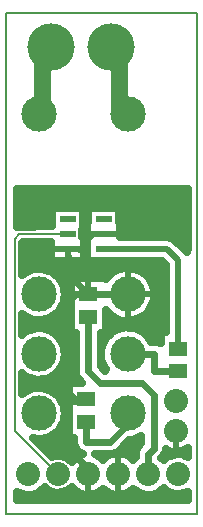
<source format=gbr>
G04 DipTrace 2.4.0.2*
%INbottom.gbr*%
%MOIN*%
%ADD11C,0.006*%
%ADD13C,0.0236*%
%ADD14C,0.0079*%
%ADD15C,0.0209*%
%ADD16C,0.0551*%
%ADD17C,0.025*%
%ADD18C,0.02*%
%ADD19C,0.08*%
%ADD20R,0.0591X0.0512*%
%ADD21C,0.1181*%
%ADD23R,0.0524X0.0209*%
%ADD24C,0.1575*%
%FSLAX44Y44*%
G04*
G70*
G90*
G75*
G01*
%LNBottom*%
%LPD*%
X8690Y5253D2*
D13*
Y5928D1*
X8868Y6106D1*
Y7890D1*
X8474Y8283D1*
X7084D1*
X6690Y8677D1*
Y10503D1*
X8001Y7275D2*
Y6913D1*
X7411Y6322D1*
X6629D1*
Y7004D1*
X5690Y5253D2*
D14*
X4237Y6705D1*
Y13096D1*
X4395Y13253D1*
X6003D1*
X6690Y5253D2*
D13*
Y5440D1*
X5940Y6190D1*
Y7503D1*
X6128Y7690D1*
X6567D1*
X6629Y7752D1*
X6254D1*
X6003Y8003D1*
Y11003D1*
X6253Y11253D1*
X6688D1*
X6690Y11251D1*
X7994D1*
X8001Y11244D1*
X6003Y12753D2*
D15*
Y12531D1*
D13*
Y11939D1*
X6690Y11251D1*
X7204Y13253D2*
D15*
X6815D1*
D13*
X6628Y13066D1*
Y12816D1*
X6565Y12753D1*
X6383D1*
D15*
X6003D1*
X8001Y9260D2*
D13*
X8868D1*
Y8692D1*
X9692D1*
X5440Y19504D2*
D16*
X5165Y19228D1*
Y17368D1*
X5049Y17252D1*
X7440Y19504D2*
X7716Y19228D1*
Y17537D1*
X8001Y17252D1*
X9692Y9440D2*
D15*
Y12387D1*
X9325Y12753D1*
X7204D1*
X4340Y14505D2*
D17*
X9979D1*
X4340Y14256D2*
X9979D1*
X4340Y14008D2*
X5452D1*
X7756D2*
X9979D1*
X4340Y13759D2*
X5452D1*
X7756D2*
X9979D1*
X4340Y13510D2*
X5452D1*
X7783D2*
X9979D1*
X7783Y13262D2*
X9979D1*
X9651Y13013D2*
X9979D1*
X4514Y12764D2*
X5425D1*
X4514Y12515D2*
X5425D1*
X4514Y12267D2*
X9226D1*
X4514Y12018D2*
X4662D1*
X5440D2*
X7554D1*
X8451D2*
X9269D1*
X5748Y11769D2*
X6077D1*
X8737D2*
X9269D1*
X5885Y11521D2*
X6077D1*
X8865D2*
X9269D1*
X5928Y11272D2*
X6077D1*
X8908D2*
X9269D1*
X5901Y11023D2*
X6077D1*
X8881D2*
X9269D1*
X5787Y10775D2*
X6077D1*
X8776D2*
X9269D1*
X5537Y10526D2*
X6077D1*
X7303D2*
X7464D1*
X8541D2*
X9269D1*
X4514Y10277D2*
X6077D1*
X7303D2*
X9269D1*
X4514Y10029D2*
X4649D1*
X5447D2*
X6077D1*
X7303D2*
X7542D1*
X8459D2*
X9269D1*
X5752Y9780D2*
X6253D1*
X7127D2*
X7260D1*
X8740D2*
X9077D1*
X5885Y9531D2*
X6253D1*
X5928Y9283D2*
X6253D1*
X5901Y9034D2*
X6253D1*
X5787Y8785D2*
X6253D1*
X5529Y8536D2*
X6280D1*
X4514Y8288D2*
X6015D1*
X5459Y8039D2*
X6015D1*
X5756Y7790D2*
X6015D1*
X5885Y7542D2*
X6018D1*
X5783Y6796D2*
X6015D1*
X5522Y6547D2*
X6015D1*
X5026Y6298D2*
X6194D1*
X7994D2*
X8433D1*
X5276Y6050D2*
X6296D1*
X7744D2*
X8272D1*
X5990Y5801D2*
X6241D1*
X4340Y4557D2*
X9979D1*
X5240Y4836D2*
X5210Y4795D1*
X5119Y4709D1*
X5015Y4641D1*
X4899Y4593D1*
X4778Y4566D1*
X4653Y4561D1*
X4529Y4579D1*
X4411Y4619D1*
X4312Y4674D1*
X4315Y4378D1*
X10003D1*
Y4663D1*
X9858Y4609D1*
X9735Y4589D1*
X9610Y4592D1*
X9488Y4619D1*
X9373Y4668D1*
X9269Y4738D1*
X9211Y4795D1*
X9119Y4709D1*
X9015Y4641D1*
X8899Y4593D1*
X8778Y4566D1*
X8653Y4561D1*
X8529Y4579D1*
X8411Y4619D1*
X8302Y4679D1*
X8192Y4773D1*
X8079Y4680D1*
X7970Y4619D1*
X7851Y4579D1*
X7728Y4561D1*
X7603Y4566D1*
X7481Y4592D1*
X7366Y4641D1*
X7261Y4709D1*
X7190Y4773D1*
X7079Y4680D1*
X6970Y4619D1*
X6851Y4579D1*
X6728Y4561D1*
X6603Y4566D1*
X6481Y4592D1*
X6366Y4641D1*
X6261Y4709D1*
X6171Y4795D1*
X6139Y4834D1*
X6012Y4730D1*
X5900Y4676D1*
X5779Y4645D1*
X5654Y4640D1*
X5531Y4660D1*
X5414Y4704D1*
X5309Y4771D1*
X5245Y4834D1*
X5479Y5826D2*
X5549Y5850D1*
X5673Y5866D1*
X5797Y5857D1*
X5917Y5823D1*
X6028Y5765D1*
X6137Y5671D1*
X6241Y5780D1*
X6343Y5852D1*
X6457Y5905D1*
X6525Y5925D1*
X6394Y5985D1*
X6304Y6071D1*
X6244Y6180D1*
X6218Y6322D1*
X6217Y6456D1*
X6041D1*
X6045Y7552D1*
X6041Y7604D1*
Y8300D1*
X6487D1*
X6400Y8387D1*
X6326Y8487D1*
X6282Y8637D1*
X6280Y9955D1*
X6103D1*
X6106Y11052D1*
X6103Y11103D1*
Y11800D1*
X7278D1*
Y11750D1*
X7382Y11874D1*
X7498Y11969D1*
X7628Y12044D1*
X7768Y12096D1*
X7915Y12123D1*
X8065Y12125D1*
X8213Y12101D1*
X8355Y12053D1*
X8487Y11982D1*
X8605Y11889D1*
X8705Y11778D1*
X8785Y11651D1*
X8843Y11513D1*
X8876Y11367D1*
X8884Y11219D1*
X8867Y11070D1*
X8825Y10926D1*
X8760Y10792D1*
X8672Y10670D1*
X8566Y10565D1*
X8443Y10479D1*
X8307Y10415D1*
X8163Y10376D1*
X8014Y10361D1*
X7864Y10372D1*
X7719Y10407D1*
X7581Y10467D1*
X7456Y10550D1*
X7346Y10652D1*
X7278Y10738D1*
Y9955D1*
X7102D1*
X7101Y8851D1*
X7254Y8694D1*
X7270Y8766D1*
X7207Y8874D1*
X7161Y8990D1*
X7131Y9111D1*
X7119Y9236D1*
X7124Y9360D1*
X7147Y9483D1*
X7187Y9601D1*
X7244Y9713D1*
X7315Y9815D1*
X7400Y9907D1*
X7498Y9985D1*
X7605Y10049D1*
X7720Y10097D1*
X7841Y10128D1*
X7965Y10142D1*
X8090Y10138D1*
X8213Y10117D1*
X8332Y10079D1*
X8444Y10024D1*
X8548Y9954D1*
X8640Y9870D1*
X8720Y9773D1*
X8783Y9670D1*
X8868D1*
X8991Y9651D1*
X9086Y9608D1*
X9104Y9641D1*
Y9988D1*
X9295D1*
Y12225D1*
X9160Y12358D1*
X6649Y12357D1*
X6653Y13150D1*
X6649Y13232D1*
Y13650D1*
X6677D1*
Y14123D1*
X7730D1*
Y13650D1*
X7758D1*
Y13146D1*
X8329Y13150D1*
X9325D1*
X9448Y13131D1*
X9562Y13071D1*
X9783Y12857D1*
X9975Y12665D1*
X10003Y12753D1*
Y14754D1*
X4315D1*
Y13492D1*
X4395Y13507D1*
X5476Y13509D1*
Y14123D1*
X6530D1*
Y13384D1*
X6479D1*
X6478Y13154D1*
X6557Y13150D1*
Y12357D1*
X5448D1*
Y13001D1*
X4499Y13000D1*
X4491Y12971D1*
Y11889D1*
X4551Y11940D1*
X4657Y12005D1*
X4772Y12054D1*
X4893Y12085D1*
X5017Y12099D1*
X5142Y12094D1*
X5265Y12072D1*
X5383Y12032D1*
X5494Y11975D1*
X5596Y11902D1*
X5686Y11815D1*
X5762Y11716D1*
X5823Y11608D1*
X5868Y11491D1*
X5895Y11369D1*
X5904Y11244D1*
X5895Y11119D1*
X5868Y10998D1*
X5823Y10881D1*
X5762Y10772D1*
X5686Y10673D1*
X5596Y10586D1*
X5495Y10514D1*
X5383Y10457D1*
X5265Y10416D1*
X5142Y10394D1*
X5018Y10389D1*
X4894Y10403D1*
X4773Y10434D1*
X4658Y10483D1*
X4551Y10548D1*
X4488Y10600D1*
X4491Y9905D1*
X4551Y9955D1*
X4657Y10020D1*
X4772Y10069D1*
X4893Y10101D1*
X5017Y10115D1*
X5142Y10110D1*
X5265Y10088D1*
X5383Y10047D1*
X5494Y9990D1*
X5596Y9918D1*
X5686Y9831D1*
X5762Y9732D1*
X5823Y9623D1*
X5868Y9507D1*
X5895Y9385D1*
X5904Y9260D1*
X5895Y9135D1*
X5868Y9013D1*
X5823Y8897D1*
X5762Y8788D1*
X5686Y8689D1*
X5596Y8602D1*
X5495Y8529D1*
X5383Y8472D1*
X5265Y8432D1*
X5142Y8409D1*
X5018Y8405D1*
X4894Y8418D1*
X4773Y8450D1*
X4658Y8499D1*
X4551Y8564D1*
X4488Y8616D1*
X4491Y7920D1*
X4551Y7971D1*
X4657Y8036D1*
X4772Y8085D1*
X4893Y8117D1*
X5017Y8130D1*
X5142Y8126D1*
X5265Y8103D1*
X5383Y8063D1*
X5494Y8006D1*
X5596Y7933D1*
X5686Y7847D1*
X5762Y7748D1*
X5823Y7639D1*
X5868Y7522D1*
X5895Y7401D1*
X5904Y7275D1*
X5895Y7151D1*
X5868Y7029D1*
X5823Y6912D1*
X5762Y6803D1*
X5686Y6705D1*
X5596Y6618D1*
X5495Y6545D1*
X5383Y6488D1*
X5265Y6448D1*
X5142Y6425D1*
X5018Y6420D1*
X4860Y6443D1*
X5474Y5826D1*
X6902Y5912D2*
X7014Y5865D1*
X7118Y5797D1*
X7191Y5731D1*
X7281Y5811D1*
X7387Y5875D1*
X7504Y5920D1*
X7627Y5942D1*
X7752D1*
X7875Y5920D1*
X7991Y5876D1*
X8098Y5812D1*
X8191Y5731D1*
X8282Y5808D1*
X8279Y5928D1*
X8298Y6051D1*
X8373Y6189D1*
X8458Y6277D1*
X8457Y6516D1*
X8260Y6431D1*
X8138Y6403D1*
X8064Y6397D1*
X7701Y6032D1*
X7601Y5958D1*
X7451Y5913D1*
X6899Y5911D1*
X9128Y5788D2*
X9206Y5711D1*
X9327Y5810D1*
X9438Y5868D1*
X9557Y5904D1*
X9681Y5918D1*
X9806Y5908D1*
X9926Y5874D1*
X10007Y5835D1*
X10003Y6108D1*
X9885Y6047D1*
X9765Y6012D1*
X9641Y5998D1*
X9516Y6007D1*
X9395Y6038D1*
X9277Y6093D1*
X9248Y5952D1*
X9158Y5816D1*
X9202Y5868D1*
X6690Y5253D2*
D18*
Y4561D1*
X7690Y5945D2*
Y4561D1*
X6042Y7752D2*
X6629D1*
X6690Y11799D2*
Y11251D1*
X6103D2*
X6690D1*
X9628Y6690D2*
Y5998D1*
X8001Y12127D2*
Y10361D1*
Y11244D2*
X8884D1*
X6003Y12753D2*
Y12357D1*
X5449Y12753D2*
X6557D1*
X6650Y13253D2*
X7757D1*
D19*
X4690Y5253D3*
X5690D3*
X6690D3*
X7690D3*
X8690D3*
X9690D3*
D20*
X6629Y7004D3*
Y7752D3*
X6690Y10503D3*
Y11251D3*
D19*
X9628Y6690D3*
Y7690D3*
D20*
X9692Y9440D3*
Y8692D3*
D21*
X8001Y17252D3*
X5049D3*
X8001Y11244D3*
Y9260D3*
Y7275D3*
X5049Y11244D3*
Y9260D3*
Y7275D3*
D23*
X6003Y12753D3*
Y13253D3*
Y13753D3*
X7204D3*
Y13253D3*
Y12753D3*
D24*
X5440Y19504D3*
X7440D3*
%LNBoardOutline*%
X3940Y3940D2*
D11*
X10316D1*
Y20629D1*
X3940D1*
Y3940D1*
M02*

</source>
